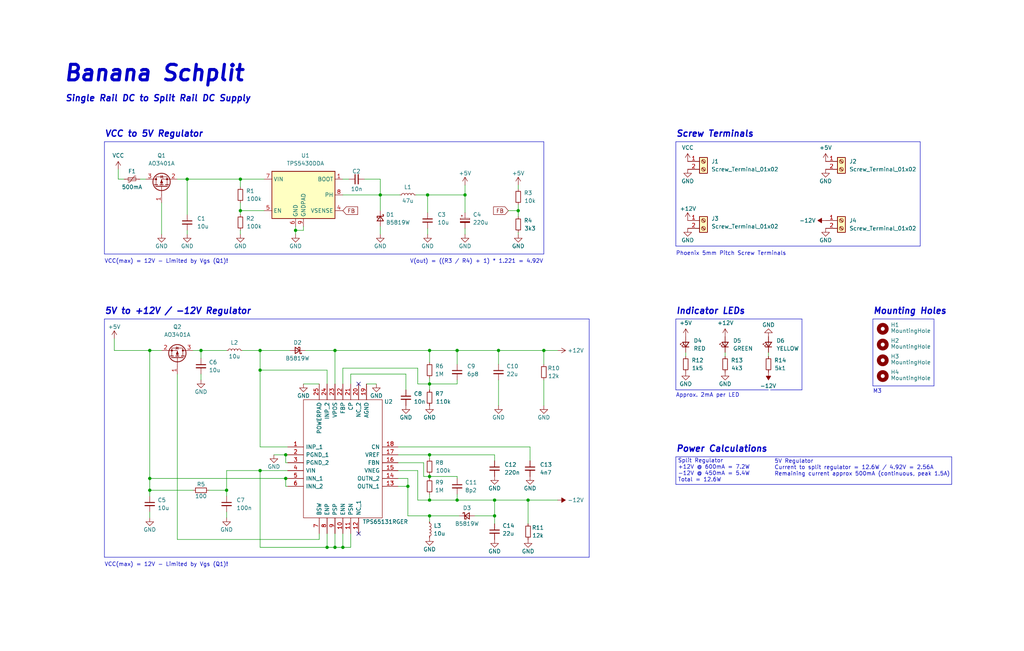
<source format=kicad_sch>
(kicad_sch (version 20230121) (generator eeschema)
  (paper "User" 329.997 210.007)
  (lib_symbols
    (symbol "BananaSchplit-rescue:CP_Small-Device" (pin_numbers hide) (pin_names (offset 0.254) hide)
      (property "Reference" "C" (at 0.254 1.778 0))
      (property "Value" "Device_CP_Small" (at 0.254 -2.032 0))
      (symbol "CP_Small-Device_1_1"
        (pin passive line (at 0 2.54 270) (length 1.8542) (name "~") (number "1"))
        (pin passive line (at 0 -2.54 90) (length 1.8542) (name "~") (number "2"))
      )
    )
    (symbol "Connector:Screw_Terminal_01x02" (pin_names (offset 1.016) hide)
      (property "Reference" "J" (at 0 2.54 0))
      (property "Value" "Screw_Terminal_01x02" (at 0 -5.08 0))
      (symbol "Screw_Terminal_01x02_1_1"
        (pin passive line (at -5.08 0 0) (length 3.81) (name "Pin_1") (number "1"))
        (pin passive line (at -5.08 -2.54 0) (length 3.81) (name "Pin_2") (number "2"))
      )
    )
    (symbol "Device:C_Small" (pin_numbers hide) (pin_names (offset 0.254) hide)
      (property "Reference" "C" (at 0.254 1.778 0))
      (property "Value" "C_Small" (at 0.254 -2.032 0))
      (symbol "C_Small_1_1"
        (pin passive line (at 0 2.54 270) (length 2.032) (name "~") (number "1"))
        (pin passive line (at 0 -2.54 90) (length 2.032) (name "~") (number "2"))
      )
    )
    (symbol "Device:D_Schottky_Small" (pin_numbers hide) (pin_names (offset 0.254) hide)
      (property "Reference" "D" (at -1.27 2.032 0))
      (property "Value" "D_Schottky_Small" (at -7.112 -2.032 0))
      (symbol "D_Schottky_Small_1_1"
        (pin passive line (at -2.54 0 0) (length 1.778) (name "K") (number "1"))
        (pin passive line (at 2.54 0 180) (length 1.778) (name "A") (number "2"))
      )
    )
    (symbol "Device:LED_Small" (pin_numbers hide) (pin_names (offset 0.254) hide)
      (property "Reference" "D" (at -1.27 3.175 0))
      (property "Value" "LED_Small" (at -4.445 -2.54 0))
      (symbol "LED_Small_1_1"
        (pin passive line (at -2.54 0 0) (length 1.778) (name "K") (number "1"))
        (pin passive line (at 2.54 0 180) (length 1.778) (name "A") (number "2"))
      )
    )
    (symbol "Device:L_Small" (pin_numbers hide) (pin_names (offset 0.254) hide)
      (property "Reference" "L" (at 0.762 1.016 0))
      (property "Value" "L_Small" (at 0.762 -1.016 0))
      (symbol "L_Small_1_1"
        (pin passive line (at 0 2.54 270) (length 0.508) (name "~") (number "1"))
        (pin passive line (at 0 -2.54 90) (length 0.508) (name "~") (number "2"))
      )
    )
    (symbol "Device:Polyfuse_Small" (pin_numbers hide) (pin_names (offset 0))
      (property "Reference" "F" (at -1.905 0 90))
      (property "Value" "Polyfuse_Small" (at 1.905 0 90))
      (symbol "Polyfuse_Small_1_1"
        (pin passive line (at 0 2.54 270) (length 0.635) (name "~") (number "1"))
        (pin passive line (at 0 -2.54 90) (length 0.635) (name "~") (number "2"))
      )
    )
    (symbol "Device:R_Small" (pin_numbers hide) (pin_names (offset 0.254) hide)
      (property "Reference" "R" (at 0.762 0.508 0))
      (property "Value" "R_Small" (at 0.762 -1.016 0))
      (symbol "R_Small_1_1"
        (pin passive line (at 0 2.54 270) (length 0.762) (name "~") (number "1"))
        (pin passive line (at 0 -2.54 90) (length 0.762) (name "~") (number "2"))
      )
    )
    (symbol "Mechanical:MountingHole" (pin_names (offset 1.016))
      (property "Reference" "H" (at 0 5.08 0))
      (property "Value" "MountingHole" (at 0 3.175 0))
    )
    (symbol "Regulator_Switching:TPS5430DDA"
      (property "Reference" "U" (at -10.16 8.89 0))
      (property "Value" "TPS5430DDA" (at -1.27 8.89 0))
      (symbol "TPS5430DDA_1_1"
        (pin input line (at 12.7 5.08 180) (length 2.54) (name "BOOT") (number "1"))
        (pin no_connect line (at -10.16 2.54 0) (length 2.54) hide (name "NC") (number "2"))
        (pin no_connect line (at -10.16 -2.54 0) (length 2.54) hide (name "NC") (number "3"))
        (pin input line (at 12.7 -5.08 180) (length 2.54) (name "VSENSE") (number "4"))
        (pin input line (at -12.7 -5.08 0) (length 2.54) (name "EN") (number "5"))
        (pin power_in line (at -2.54 -10.16 90) (length 2.54) (name "GND") (number "6"))
        (pin power_in line (at -12.7 5.08 0) (length 2.54) (name "VIN") (number "7"))
        (pin output line (at 12.7 0 180) (length 2.54) (name "PH") (number "8"))
        (pin power_in line (at 0 -10.16 90) (length 2.54) (name "GNDPAD") (number "9"))
      )
    )
    (symbol "TPS65131RGET:TPS65131RGET" (pin_names (offset 0.762))
      (property "Reference" "IC" (at 31.75 20.32 0))
      (property "Value" "TPS65131RGET" (at 31.75 17.78 0))
      (symbol "TPS65131RGET_0_0"
        (pin passive line (at 0 0 0) (length 5.08) (name "INP_1") (number "1"))
        (pin passive line (at 17.78 -27.94 90) (length 5.08) (name "ENN") (number "10"))
        (pin passive line (at 20.32 -27.94 90) (length 5.08) (name "PSN") (number "11"))
        (pin passive line (at 22.86 -27.94 90) (length 5.08) (name "NC_1") (number "12"))
        (pin passive line (at 35.56 -12.7 180) (length 5.08) (name "OUTN_1") (number "13"))
        (pin passive line (at 35.56 -10.16 180) (length 5.08) (name "OUTN_2") (number "14"))
        (pin passive line (at 35.56 -7.62 180) (length 5.08) (name "VNEG") (number "15"))
        (pin passive line (at 35.56 -5.08 180) (length 5.08) (name "FBN") (number "16"))
        (pin passive line (at 35.56 -2.54 180) (length 5.08) (name "VREF") (number "17"))
        (pin passive line (at 35.56 0 180) (length 5.08) (name "CN") (number "18"))
        (pin passive line (at 25.4 20.32 270) (length 5.08) (name "AGND") (number "19"))
        (pin passive line (at 0 -2.54 0) (length 5.08) (name "PGND_1") (number "2"))
        (pin passive line (at 22.86 20.32 270) (length 5.08) (name "NC_2") (number "20"))
        (pin passive line (at 20.32 20.32 270) (length 5.08) (name "CP") (number "21"))
        (pin passive line (at 17.78 20.32 270) (length 5.08) (name "FBP") (number "22"))
        (pin passive line (at 15.24 20.32 270) (length 5.08) (name "VPOS") (number "23"))
        (pin passive line (at 12.7 20.32 270) (length 5.08) (name "INP_2") (number "24"))
        (pin passive line (at 10.16 20.32 270) (length 5.08) (name "POWERPAD") (number "25"))
        (pin passive line (at 0 -5.08 0) (length 5.08) (name "PGND_2") (number "3"))
        (pin passive line (at 0 -7.62 0) (length 5.08) (name "VIN") (number "4"))
        (pin passive line (at 0 -10.16 0) (length 5.08) (name "INN_1") (number "5"))
        (pin passive line (at 0 -12.7 0) (length 5.08) (name "INN_2") (number "6"))
        (pin passive line (at 10.16 -27.94 90) (length 5.08) (name "BSW") (number "7"))
        (pin passive line (at 12.7 -27.94 90) (length 5.08) (name "ENP") (number "8"))
        (pin passive line (at 15.24 -27.94 90) (length 5.08) (name "PSP") (number "9"))
      )
    )
    (symbol "Transistor_FET:AO3401A" (pin_names hide)
      (property "Reference" "Q" (at 5.08 1.905 0))
      (property "Value" "AO3401A" (at 5.08 0 0))
      (symbol "AO3401A_1_1"
        (pin input line (at -5.08 0 0) (length 2.54) (name "G") (number "1"))
        (pin passive line (at 2.54 -5.08 90) (length 2.54) (name "S") (number "2"))
        (pin passive line (at 2.54 5.08 270) (length 2.54) (name "D") (number "3"))
      )
    )
    (symbol "power:+12V" (power) (pin_names (offset 0))
      (property "Value" "+12V" (at 0 3.556 0))
      (symbol "+12V_1_1"
        (pin power_in line (at 0 0 90) (length 0) hide (name "+12V") (number "1"))
      )
    )
    (symbol "power:+5V" (power) (pin_names (offset 0))
      (property "Value" "+5V" (at 0 3.556 0))
      (symbol "+5V_1_1"
        (pin power_in line (at 0 0 90) (length 0) hide (name "+5V") (number "1"))
      )
    )
    (symbol "power:-12V" (power) (pin_names (offset 0))
      (property "Value" "-12V" (at 0 3.81 0))
      (symbol "-12V_0_0"
        (pin power_in line (at 0 0 90) (length 0) hide (name "-12V") (number "1"))
      )
    )
    (symbol "power:GND" (power) (pin_names (offset 0))
      (property "Value" "GND" (at 0 -3.81 0))
      (symbol "GND_1_1"
        (pin power_in line (at 0 0 270) (length 0) hide (name "GND") (number "1"))
      )
    )
    (symbol "power:VCC" (power) (pin_names (offset 0))
      (property "Value" "VCC" (at 0 3.81 0))
      (symbol "VCC_1_1"
        (pin power_in line (at 0 0 90) (length 0) hide (name "VCC") (number "1"))
      )
    )
  )
  (junction (at 64.77 113.03))
  (junction (at 95.25 74.295))
  (junction (at 131.445 156.845))
  (junction (at 83.82 151.765))
  (junction (at 147.32 113.03))
  (junction (at 77.47 57.785))
  (junction (at 73.025 158.115))
  (junction (at 167.005 67.945))
  (junction (at 137.795 62.865))
  (junction (at 77.47 67.945))
  (junction (at 159.385 161.29))
  (junction (at 92.075 146.685))
  (junction (at 138.43 153.67))
  (junction (at 138.43 123.825))
  (junction (at 60.325 57.785))
  (junction (at 149.86 62.865))
  (junction (at 83.82 113.03))
  (junction (at 159.385 166.37))
  (junction (at 110.49 176.53))
  (junction (at 138.43 113.03))
  (junction (at 160.655 113.03))
  (junction (at 147.32 161.29))
  (junction (at 48.26 158.115))
  (junction (at 83.82 119.38))
  (junction (at 107.95 176.53))
  (junction (at 122.555 62.865))
  (junction (at 138.43 166.37))
  (junction (at 175.26 113.03))
  (junction (at 170.18 161.29))
  (junction (at 107.95 113.03))
  (junction (at 48.26 154.305))
  (junction (at 138.43 161.29))
  (junction (at 48.26 113.03))
  (junction (at 138.43 146.685))
  (junction (at 92.075 154.305))
  (junction (at 105.41 176.53))
  (no_connect (at 115.57 123.825))
  (no_connect (at 115.57 172.085))
  (polyline (pts (xy 217.805 102.87) (xy 258.445 102.87)))
  (wire (pts (xy 107.95 113.03) (xy 107.95 123.825)))
  (wire (pts (xy 130.81 120.65) (xy 113.03 120.65)))
  (wire (pts (xy 60.325 74.295) (xy 60.325 75.565)))
  (wire (pts (xy 138.43 147.955) (xy 138.43 146.685)))
  (wire (pts (xy 48.26 167.005) (xy 48.26 165.1)))
  (wire (pts (xy 149.86 68.58) (xy 149.86 62.865)))
  (wire (pts (xy 48.26 158.115) (xy 48.26 160.02)))
  (wire (pts (xy 134.62 123.825) (xy 138.43 123.825)))
  (wire (pts (xy 105.41 176.53) (xy 107.95 176.53)))
  (wire (pts (xy 98.425 113.03) (xy 107.95 113.03)))
  (wire (pts (xy 220.98 114.935) (xy 220.98 113.665)))
  (wire (pts (xy 110.49 123.825) (xy 110.49 118.745)))
  (wire (pts (xy 149.86 73.66) (xy 149.86 75.565)))
  (wire (pts (xy 138.43 166.37) (xy 138.43 168.275)))
  (wire (pts (xy 38.1 57.785) (xy 40.005 57.785)))
  (wire (pts (xy 149.86 59.69) (xy 149.86 62.865)))
  (wire (pts (xy 131.445 166.37) (xy 138.43 166.37)))
  (polyline (pts (xy 217.805 79.375) (xy 217.805 45.72)))
  (polyline (pts (xy 296.545 45.72) (xy 296.545 79.375)))
  (wire (pts (xy 233.68 114.935) (xy 233.68 113.665)))
  (wire (pts (xy 112.395 57.785) (xy 110.49 57.785)))
  (wire (pts (xy 48.26 158.115) (xy 62.23 158.115)))
  (polyline (pts (xy 33.655 81.915) (xy 175.26 81.915)))
  (wire (pts (xy 175.26 117.475) (xy 175.26 113.03)))
  (wire (pts (xy 167.005 67.945) (xy 167.005 69.85)))
  (polyline (pts (xy 33.655 81.915) (xy 33.655 45.72)))
  (wire (pts (xy 147.955 166.37) (xy 138.43 166.37)))
  (wire (pts (xy 134.62 161.29) (xy 138.43 161.29)))
  (wire (pts (xy 117.475 57.785) (xy 122.555 57.785)))
  (wire (pts (xy 48.26 113.03) (xy 52.07 113.03)))
  (wire (pts (xy 110.49 176.53) (xy 110.49 172.085)))
  (polyline (pts (xy 33.655 179.705) (xy 189.865 179.705)))
  (wire (pts (xy 60.325 57.785) (xy 77.47 57.785)))
  (polyline (pts (xy 33.655 179.705) (xy 33.655 102.87)))
  (wire (pts (xy 95.25 74.295) (xy 95.25 73.025)))
  (wire (pts (xy 64.77 122.555) (xy 64.77 120.65)))
  (wire (pts (xy 83.82 176.53) (xy 83.82 151.765)))
  (polyline (pts (xy 217.805 156.21) (xy 306.705 156.21)))
  (wire (pts (xy 73.025 158.115) (xy 67.31 158.115)))
  (wire (pts (xy 64.77 113.03) (xy 62.23 113.03)))
  (wire (pts (xy 77.47 57.785) (xy 85.09 57.785)))
  (polyline (pts (xy 306.705 156.21) (xy 306.705 147.32)))
  (wire (pts (xy 113.03 120.65) (xy 113.03 123.825)))
  (wire (pts (xy 160.655 113.03) (xy 147.32 113.03)))
  (wire (pts (xy 36.83 109.22) (xy 36.83 113.03)))
  (wire (pts (xy 95.25 75.565) (xy 95.25 74.295)))
  (polyline (pts (xy 281.305 124.46) (xy 300.99 124.46)))
  (wire (pts (xy 92.075 154.305) (xy 92.075 156.845)))
  (wire (pts (xy 45.085 57.785) (xy 46.99 57.785)))
  (wire (pts (xy 170.18 168.91) (xy 170.18 161.29)))
  (wire (pts (xy 137.795 68.58) (xy 137.795 62.865)))
  (wire (pts (xy 147.32 117.475) (xy 147.32 113.03)))
  (wire (pts (xy 147.32 161.29) (xy 159.385 161.29)))
  (polyline (pts (xy 175.26 45.72) (xy 175.26 81.915)))
  (wire (pts (xy 131.445 154.305) (xy 131.445 156.845)))
  (polyline (pts (xy 281.305 124.46) (xy 281.305 102.87)))
  (wire (pts (xy 92.075 154.305) (xy 92.71 154.305)))
  (wire (pts (xy 102.87 173.99) (xy 102.87 172.085)))
  (polyline (pts (xy 217.805 147.32) (xy 217.805 156.21)))
  (wire (pts (xy 48.26 154.305) (xy 48.26 113.03)))
  (wire (pts (xy 92.075 149.225) (xy 92.71 149.225)))
  (wire (pts (xy 147.32 113.03) (xy 138.43 113.03)))
  (wire (pts (xy 92.075 146.685) (xy 92.71 146.685)))
  (wire (pts (xy 107.95 176.53) (xy 110.49 176.53)))
  (wire (pts (xy 48.26 154.305) (xy 48.26 158.115)))
  (wire (pts (xy 77.47 69.215) (xy 77.47 67.945)))
  (wire (pts (xy 60.325 57.785) (xy 60.325 69.215)))
  (wire (pts (xy 134.62 118.745) (xy 134.62 123.825)))
  (wire (pts (xy 83.82 119.38) (xy 83.82 113.03)))
  (wire (pts (xy 138.43 154.305) (xy 138.43 153.67)))
  (wire (pts (xy 138.43 146.685) (xy 159.385 146.685)))
  (wire (pts (xy 170.815 144.145) (xy 128.27 144.145)))
  (wire (pts (xy 138.43 121.92) (xy 138.43 123.825)))
  (wire (pts (xy 48.26 154.305) (xy 92.075 154.305)))
  (wire (pts (xy 73.025 160.02) (xy 73.025 158.115)))
  (wire (pts (xy 153.035 166.37) (xy 159.385 166.37)))
  (wire (pts (xy 77.47 67.945) (xy 85.09 67.945)))
  (wire (pts (xy 138.43 125.73) (xy 138.43 123.825)))
  (wire (pts (xy 57.15 173.99) (xy 102.87 173.99)))
  (wire (pts (xy 247.65 114.935) (xy 247.65 113.665)))
  (wire (pts (xy 137.795 62.865) (xy 149.86 62.865)))
  (wire (pts (xy 77.47 65.405) (xy 77.47 67.945)))
  (wire (pts (xy 122.555 75.565) (xy 122.555 73.025)))
  (wire (pts (xy 92.075 146.685) (xy 92.075 149.225)))
  (wire (pts (xy 179.705 161.29) (xy 170.18 161.29)))
  (wire (pts (xy 136.525 153.67) (xy 138.43 153.67)))
  (wire (pts (xy 105.41 123.825) (xy 105.41 119.38)))
  (wire (pts (xy 128.27 156.845) (xy 131.445 156.845)))
  (wire (pts (xy 113.03 176.53) (xy 113.03 172.085)))
  (wire (pts (xy 128.27 149.225) (xy 136.525 149.225)))
  (wire (pts (xy 83.82 176.53) (xy 105.41 176.53)))
  (wire (pts (xy 137.795 73.66) (xy 137.795 75.565)))
  (wire (pts (xy 147.32 154.305) (xy 147.32 153.67)))
  (wire (pts (xy 83.82 151.765) (xy 92.71 151.765)))
  (wire (pts (xy 167.005 66.04) (xy 167.005 67.945)))
  (wire (pts (xy 147.32 153.67) (xy 138.43 153.67)))
  (polyline (pts (xy 189.865 102.87) (xy 189.865 179.705)))
  (wire (pts (xy 159.385 161.29) (xy 159.385 166.37)))
  (wire (pts (xy 136.525 149.225) (xy 136.525 153.67)))
  (polyline (pts (xy 306.705 147.32) (xy 217.805 147.32)))
  (wire (pts (xy 92.075 146.685) (xy 88.265 146.685)))
  (wire (pts (xy 167.005 75.565) (xy 167.005 74.93)))
  (polyline (pts (xy 33.655 102.87) (xy 189.865 102.87)))
  (wire (pts (xy 147.32 123.825) (xy 147.32 122.555)))
  (wire (pts (xy 83.82 144.145) (xy 83.82 119.38)))
  (wire (pts (xy 77.47 74.295) (xy 77.47 75.565)))
  (wire (pts (xy 78.105 113.03) (xy 83.82 113.03)))
  (wire (pts (xy 167.005 60.96) (xy 167.005 59.69)))
  (wire (pts (xy 97.79 123.825) (xy 102.87 123.825)))
  (wire (pts (xy 175.26 113.03) (xy 160.655 113.03)))
  (wire (pts (xy 138.43 123.825) (xy 147.32 123.825)))
  (wire (pts (xy 128.27 154.305) (xy 131.445 154.305)))
  (wire (pts (xy 160.655 130.81) (xy 160.655 122.555)))
  (wire (pts (xy 175.26 130.81) (xy 175.26 122.555)))
  (wire (pts (xy 147.32 161.29) (xy 147.32 159.385)))
  (wire (pts (xy 105.41 119.38) (xy 83.82 119.38)))
  (wire (pts (xy 159.385 148.59) (xy 159.385 146.685)))
  (polyline (pts (xy 258.445 125.73) (xy 248.285 125.73)))
  (wire (pts (xy 131.445 156.845) (xy 131.445 166.37)))
  (wire (pts (xy 93.345 113.03) (xy 83.82 113.03)))
  (wire (pts (xy 138.43 153.67) (xy 138.43 153.035)))
  (wire (pts (xy 64.77 115.57) (xy 64.77 113.03)))
  (wire (pts (xy 130.81 125.73) (xy 130.81 120.65)))
  (wire (pts (xy 179.705 113.03) (xy 175.26 113.03)))
  (wire (pts (xy 159.385 166.37) (xy 159.385 168.91)))
  (wire (pts (xy 107.95 176.53) (xy 107.95 172.085)))
  (wire (pts (xy 95.25 74.295) (xy 97.79 74.295)))
  (wire (pts (xy 170.18 161.29) (xy 159.385 161.29)))
  (polyline (pts (xy 281.305 102.87) (xy 300.99 102.87)))
  (wire (pts (xy 128.905 62.865) (xy 122.555 62.865)))
  (wire (pts (xy 92.075 156.845) (xy 92.71 156.845)))
  (polyline (pts (xy 217.805 45.72) (xy 296.545 45.72)))
  (wire (pts (xy 122.555 67.945) (xy 122.555 62.865)))
  (polyline (pts (xy 300.99 102.87) (xy 300.99 124.46)))
  (wire (pts (xy 83.82 144.145) (xy 92.71 144.145)))
  (wire (pts (xy 160.655 117.475) (xy 160.655 113.03)))
  (wire (pts (xy 52.07 65.405) (xy 52.07 75.565)))
  (wire (pts (xy 128.27 151.765) (xy 134.62 151.765)))
  (wire (pts (xy 122.555 57.785) (xy 122.555 62.865)))
  (wire (pts (xy 134.62 151.765) (xy 134.62 161.29)))
  (polyline (pts (xy 33.655 45.72) (xy 175.26 45.72)))
  (polyline (pts (xy 217.805 125.73) (xy 217.805 102.87)))
  (wire (pts (xy 97.79 74.295) (xy 97.79 73.025)))
  (wire (pts (xy 163.83 67.945) (xy 167.005 67.945)))
  (wire (pts (xy 138.43 146.685) (xy 128.27 146.685)))
  (wire (pts (xy 73.025 151.765) (xy 83.82 151.765)))
  (wire (pts (xy 77.47 60.325) (xy 77.47 57.785)))
  (wire (pts (xy 38.1 54.61) (xy 38.1 57.785)))
  (polyline (pts (xy 247.65 125.73) (xy 217.805 125.73)))
  (wire (pts (xy 110.49 176.53) (xy 113.03 176.53)))
  (wire (pts (xy 118.11 123.825) (xy 121.285 123.825)))
  (wire (pts (xy 133.985 62.865) (xy 137.795 62.865)))
  (wire (pts (xy 73.025 113.03) (xy 64.77 113.03)))
  (wire (pts (xy 73.025 151.765) (xy 73.025 158.115)))
  (wire (pts (xy 57.15 57.785) (xy 60.325 57.785)))
  (wire (pts (xy 110.49 118.745) (xy 134.62 118.745)))
  (wire (pts (xy 36.83 113.03) (xy 48.26 113.03)))
  (wire (pts (xy 170.815 148.59) (xy 170.815 144.145)))
  (wire (pts (xy 138.43 161.29) (xy 147.32 161.29)))
  (wire (pts (xy 138.43 116.84) (xy 138.43 113.03)))
  (polyline (pts (xy 217.805 79.375) (xy 296.545 79.375)))
  (wire (pts (xy 57.15 120.65) (xy 57.15 173.99)))
  (wire (pts (xy 73.025 167.005) (xy 73.025 165.1)))
  (wire (pts (xy 105.41 176.53) (xy 105.41 172.085)))
  (wire (pts (xy 110.49 62.865) (xy 122.555 62.865)))
  (wire (pts (xy 138.43 113.03) (xy 107.95 113.03)))
  (wire (pts (xy 138.43 159.385) (xy 138.43 161.29)))
  (polyline (pts (xy 258.445 102.87) (xy 258.445 125.73)))
  (text "Approx. 2mA per LED" (at 217.805 128.27 0) (effects (font (size 1.27 1.27)) (justify left bottom)))
  (text "Power Calculations" (at 217.805 146.05 0) (effects (font (size 2.0066 2.0066) (thickness 0.4013) bold italic) (justify left bottom)))
  (text "Split Regulator\n+12V @ 600mA = 7.2W\n-12V @ 450mA = 5.4W\nTotal = 12.6W" (at 218.44 155.575 0) (effects (font (size 1.27 1.27)) (justify left bottom)))
  (text "VCC(max) = 12V - Limited by Vgs (Q1)!" (at 33.655 182.88 0) (effects (font (size 1.27 1.27)) (justify left bottom)))
  (text "Mounting Holes" (at 281.305 101.6 0) (effects (font (size 2.0066 2.0066) (thickness 0.4013) bold italic) (justify left bottom)))
  (text "Phoenix 5mm Pitch Screw Terminals" (at 217.805 82.55 0) (effects (font (size 1.27 1.27)) (justify left bottom)))
  (text "VCC to 5V Regulator" (at 33.655 44.45 0) (effects (font (size 2.0066 2.0066) (thickness 0.4013) bold italic) (justify left bottom)))
  (text "V(out) = ((R3 / R4) + 1) * 1.221 = 4.92V" (at 132.08 85.09 0) (effects (font (size 1.27 1.27)) (justify left bottom)))
  (text "5V to +12V / -12V Regulator" (at 33.655 101.6 0) (effects (font (size 2.0066 2.0066) (thickness 0.4013) bold italic) (justify left bottom)))
  (text "Screw Terminals" (at 217.805 44.45 0) (effects (font (size 2.0066 2.0066) (thickness 0.4013) bold italic) (justify left bottom)))
  (text "Single Rail DC to Split Rail DC Supply" (at 20.955 33.02 0) (effects (font (size 2.0066 2.0066) (thickness 0.4013) bold italic) (justify left bottom)))
  (text "Banana Schplit" (at 20.32 26.67 0) (effects (font (size 5.0038 5.0038) (thickness 1.0008) bold italic) (justify left bottom)))
  (text "5V Regulator\nCurrent to split regulator = 12.6W / 4.92V = 2.56A\nRemaining current approx 500mA (continuous, peak 1.5A)\n" (at 249.555 153.67 0) (effects (font (size 1.27 1.27)) (justify left bottom)))
  (text "Indicator LEDs" (at 217.805 101.6 0) (effects (font (size 2.0066 2.0066) (thickness 0.4013) bold italic) (justify left bottom)))
  (text "VCC(max) = 12V - Limited by Vgs (Q1)!" (at 33.655 85.09 0) (effects (font (size 1.27 1.27)) (justify left bottom)))
  (text "M3" (at 281.305 127 0) (effects (font (size 1.27 1.27)) (justify left bottom)))
  (global_label "FB" (shape input) (at 110.49 67.945 0) (property "Intersheetrefs" "${INTERSHEET_REFS}" (effects hide)))
  (global_label "FB" (shape input) (at 163.83 67.945 180) (property "Intersheetrefs" "${INTERSHEET_REFS}" (effects hide)))
  (symbol (lib_id "Device:R_Small") (at 170.18 171.45 180) (unit 1)
    (property "Reference" "R11" (at 173.355 170.18 0))
    (property "Value" "12k" (at 173.355 172.72 0))
    (property "Footprint" "Resistor_SMD:R_0603_1608Metric" (effects hide))
    (property "LCSC Part #" "C22790" (effects hide))
    (instances (project "dual-psu" (path "" (reference "R11") (unit 1)) (path "" (reference "R110") (unit 1))))
  )
  (symbol (lib_id "Mechanical:MountingHole") (at 284.48 121.285 270) (unit 1)
    (property "Reference" "H4" (at 287.02 120.015 90) (effects (justify left)))
    (property "Value" "MountingHole" (at 287.02 121.92 90) (effects (justify left)))
    (property "Footprint" "MountingHole:MountingHole_3.2mm_M3" (effects hide))
    (instances (project "dual-psu" (path "" (reference "H4") (unit 1)) (path "" (reference "H104") (unit 1))))
  )
  (symbol (lib_id "Device:R_Small") (at 138.43 150.495 180) (unit 1)
    (property "Reference" "R8" (at 141.605 149.225 0))
    (property "Value" "100k" (at 142.875 151.765 0))
    (property "Footprint" "Resistor_SMD:R_0603_1608Metric" (effects hide))
    (property "LCSC Part #" "C25803" (effects hide))
    (instances (project "dual-psu" (path "" (reference "R8") (unit 1)) (path "" (reference "R106") (unit 1))))
  )
  (symbol (lib_id "Device:R_Small") (at 167.005 72.39 180) (unit 1)
    (property "Reference" "R4" (at 170.18 71.12 0))
    (property "Value" "3k3" (at 170.815 73.66 0))
    (property "Footprint" "Resistor_SMD:R_0603_1608Metric" (effects hide))
    (property "LCSC Part #" "C22978" (effects hide))
    (instances (project "dual-psu" (path "" (reference "R4") (unit 1)) (path "" (reference "R109") (unit 1))))
  )
  (symbol (lib_id "power:GND") (at 138.43 173.355 0) (unit 1)
    (property "Reference" "#PWR023" (effects hide))
    (property "Value" "GND" (at 138.43 177.165 0))
    (instances (project "dual-psu" (path "" (reference "#PWR023") (unit 1)) (path "" (reference "#PWR0117") (unit 1))))
  )
  (symbol (lib_id "Device:C_Small") (at 130.81 128.27 0) (unit 1)
    (property "Reference" "C8" (at 133.35 127 0) (effects (justify left)))
    (property "Value" "10n" (at 133.35 129.54 0) (effects (justify left)))
    (property "Footprint" "Capacitor_SMD:C_0603_1608Metric" (effects hide))
    (property "LCSC Part #" "C57112" (effects hide))
    (instances (project "dual-psu" (path "" (reference "C8") (unit 1)) (path "" (reference "C106") (unit 1))))
  )
  (symbol (lib_id "Device:R_Small") (at 64.77 158.115 270) (unit 1)
    (property "Reference" "R5" (at 64.77 156.21 90))
    (property "Value" "100" (at 64.77 160.02 90))
    (property "Footprint" "Resistor_SMD:R_0603_1608Metric" (effects hide))
    (property "LCSC Part #" "C22775" (effects hide))
    (instances (project "dual-psu" (path "" (reference "R5") (unit 1)) (path "" (reference "R101") (unit 1))))
  )
  (symbol (lib_id "Device:C_Small") (at 147.32 120.015 0) (unit 1)
    (property "Reference" "C9" (at 150.495 118.11 0) (effects (justify left)))
    (property "Value" "6p8" (at 150.495 120.65 0) (effects (justify left)))
    (property "Footprint" "Capacitor_SMD:C_0603_1608Metric" (effects hide))
    (property "LCSC Part #" "C1679" (effects hide))
    (instances (project "dual-psu" (path "" (reference "C9") (unit 1)) (path "" (reference "C108") (unit 1))))
  )
  (symbol (lib_id "Device:LED_Small") (at 233.68 111.125 90) (unit 1)
    (property "Reference" "D5" (at 236.22 109.855 90) (effects (justify right)))
    (property "Value" "GREEN" (at 236.22 112.395 90) (effects (justify right)))
    (property "Footprint" "LED_SMD:LED_0805_2012Metric" (effects hide))
    (property "LCSC Part #" "C2297" (effects hide))
    (instances (project "dual-psu" (path "" (reference "D5") (unit 1)) (path "" (reference "D105") (unit 1))))
  )
  (symbol (lib_id "Device:R_Small") (at 77.47 62.865 180) (unit 1)
    (property "Reference" "R1" (at 80.645 61.595 0))
    (property "Value" "100k" (at 81.915 64.135 0))
    (property "Footprint" "Resistor_SMD:R_0603_1608Metric" (effects hide))
    (property "LCSC Part #" "C25803" (effects hide))
    (instances (project "dual-psu" (path "" (reference "R1") (unit 1)) (path "" (reference "R102") (unit 1))))
  )
  (symbol (lib_id "power:GND") (at 60.325 75.565 0) (unit 1)
    (property "Reference" "#PWR07" (effects hide))
    (property "Value" "GND" (at 60.325 79.375 0))
    (instances (project "dual-psu" (path "" (reference "#PWR07") (unit 1)) (path "" (reference "#PWR0105") (unit 1))))
  )
  (symbol (lib_id "Mechanical:MountingHole") (at 284.48 116.205 270) (unit 1)
    (property "Reference" "H3" (at 287.02 114.935 90) (effects (justify left)))
    (property "Value" "MountingHole" (at 287.02 116.84 90) (effects (justify left)))
    (property "Footprint" "MountingHole:MountingHole_3.2mm_M3" (effects hide))
    (instances (project "dual-psu" (path "" (reference "H3") (unit 1)) (path "" (reference "H103") (unit 1))))
  )
  (symbol (lib_id "Device:R_Small") (at 77.47 71.755 180) (unit 1)
    (property "Reference" "R2" (at 80.645 70.485 0))
    (property "Value" "100k" (at 81.915 73.025 0))
    (property "Footprint" "Resistor_SMD:R_0603_1608Metric" (effects hide))
    (property "LCSC Part #" "C25803" (effects hide))
    (instances (project "dual-psu" (path "" (reference "R2") (unit 1)) (path "" (reference "R103") (unit 1))))
  )
  (symbol (lib_id "Device:D_Schottky_Small") (at 122.555 70.485 270) (unit 1)
    (property "Reference" "D1" (at 125.73 69.215 90))
    (property "Value" "B5819W" (at 128.27 71.755 90))
    (property "Footprint" "Diode_SMD:D_SOD-123" (effects hide))
    (property "LCSC Part #" "C8598" (effects hide))
    (instances (project "dual-psu" (path "" (reference "D1") (unit 1)) (path "" (reference "D102") (unit 1))))
  )
  (symbol (lib_id "Device:L_Small") (at 131.445 62.865 90) (unit 1)
    (property "Reference" "L1" (at 130.175 60.325 90) (effects (justify right)))
    (property "Value" "47u" (at 129.54 64.77 90) (effects (justify right)))
    (property "Footprint" "Inductor_SMD:L_Sunlord_SWRB1204S" (effects hide))
    (property "LCSC Part #" "C169398" (effects hide))
    (instances (project "dual-psu" (path "" (reference "L1") (unit 1)) (path "" (reference "L102") (unit 1))))
  )
  (symbol (lib_id "power:+5V") (at 266.065 52.07 0) (unit 1)
    (property "Reference" "#PWR034" (effects hide))
    (property "Value" "+5V" (at 266.065 47.625 0))
    (instances (project "dual-psu" (path "" (reference "#PWR034") (unit 1)) (path "" (reference "#PWR0140") (unit 1))))
  )
  (symbol (lib_id "Connector:Screw_Terminal_01x02") (at 271.145 71.12 0) (unit 1)
    (property "Reference" "J4" (at 273.685 71.12 0) (effects (justify left)))
    (property "Value" "Screw_Terminal_01x02" (at 273.685 73.66 0) (effects (justify left)))
    (property "Footprint" "TerminalBlock_Phoenix:TerminalBlock_Phoenix_PT-1,5-2-5.0-H_1x02_P5.00mm_Horizontal" (effects hide))
    (instances (project "dual-psu" (path "" (reference "J4") (unit 1)) (path "" (reference "J104") (unit 1))))
  )
  (symbol (lib_id "power:-12V") (at 247.65 120.015 180) (unit 1)
    (property "Reference" "#PWR041" (effects hide))
    (property "Value" "-12V" (at 250.19 124.46 0) (effects (justify left)))
    (instances (project "dual-psu" (path "" (reference "#PWR041") (unit 1)) (path "" (reference "#PWR0139") (unit 1))))
  )
  (symbol (lib_id "power:GND") (at 77.47 75.565 0) (unit 1)
    (property "Reference" "#PWR08" (effects hide))
    (property "Value" "GND" (at 77.47 79.375 0))
    (instances (project "dual-psu" (path "" (reference "#PWR08") (unit 1)) (path "" (reference "#PWR0108") (unit 1))))
  )
  (symbol (lib_id "power:GND") (at 221.615 73.66 0) (unit 1)
    (property "Reference" "#PWR029" (effects hide))
    (property "Value" "GND" (at 221.615 77.47 0))
    (instances (project "dual-psu" (path "" (reference "#PWR029") (unit 1)) (path "" (reference "#PWR0135") (unit 1))))
  )
  (symbol (lib_id "Device:D_Schottky_Small") (at 95.885 113.03 180) (unit 1)
    (property "Reference" "D2" (at 95.885 110.49 0))
    (property "Value" "B5819W" (at 95.885 115.57 0))
    (property "Footprint" "Diode_SMD:D_SOD-123" (effects hide))
    (property "LCSC Part #" "C8598" (effects hide))
    (instances (project "dual-psu" (path "" (reference "D2") (unit 1)) (path "" (reference "D101") (unit 1))))
  )
  (symbol (lib_id "Device:C_Small") (at 64.77 118.11 0) (unit 1)
    (property "Reference" "C6" (at 67.31 116.84 0) (effects (justify left)))
    (property "Value" "10u" (at 67.31 119.38 0) (effects (justify left)))
    (property "Footprint" "Capacitor_SMD:C_1206_3216Metric" (effects hide))
    (property "LCSC Part #" "C13585" (effects hide))
    (instances (project "dual-psu" (path "" (reference "C6") (unit 1)) (path "" (reference "C103") (unit 1))))
  )
  (symbol (lib_id "power:GND") (at 170.815 153.67 0) (unit 1)
    (property "Reference" "#PWR019" (effects hide))
    (property "Value" "GND" (at 170.815 157.48 0))
    (instances (project "dual-psu" (path "" (reference "#PWR019") (unit 1)) (path "" (reference "#PWR0126") (unit 1))))
  )
  (symbol (lib_id "Device:R_Small") (at 233.68 117.475 180) (unit 1)
    (property "Reference" "R13" (at 237.49 116.205 0))
    (property "Value" "4k3" (at 237.49 118.745 0))
    (property "Footprint" "Resistor_SMD:R_0603_1608Metric" (effects hide))
    (property "LCSC Part #" "C23159" (effects hide))
    (instances (project "dual-psu" (path "" (reference "R13") (unit 1)) (path "" (reference "R113") (unit 1))))
  )
  (symbol (lib_id "Mechanical:MountingHole") (at 284.48 111.125 270) (unit 1)
    (property "Reference" "H2" (at 287.02 109.855 90) (effects (justify left)))
    (property "Value" "MountingHole" (at 287.02 111.76 90) (effects (justify left)))
    (property "Footprint" "MountingHole:MountingHole_3.2mm_M3" (effects hide))
    (instances (project "dual-psu" (path "" (reference "H2") (unit 1)) (path "" (reference "H102") (unit 1))))
  )
  (symbol (lib_id "power:GND") (at 48.26 167.005 0) (unit 1)
    (property "Reference" "#PWR021" (effects hide))
    (property "Value" "GND" (at 48.26 170.815 0))
    (instances (project "dual-psu" (path "" (reference "#PWR021") (unit 1)) (path "" (reference "#PWR0103") (unit 1))))
  )
  (symbol (lib_id "Device:C_Small") (at 159.385 171.45 0) (unit 1)
    (property "Reference" "C14" (at 161.925 169.545 0) (effects (justify left)))
    (property "Value" "22u" (at 161.925 172.085 0) (effects (justify left)))
    (property "Footprint" "Capacitor_SMD:C_0805_2012Metric" (effects hide))
    (property "LCSC Part #" "C45783" (effects hide))
    (instances (project "dual-psu" (path "" (reference "C14") (unit 1)) (path "" (reference "C112") (unit 1))))
  )
  (symbol (lib_id "Device:LED_Small") (at 220.98 111.125 90) (unit 1)
    (property "Reference" "D4" (at 223.52 109.855 90) (effects (justify right)))
    (property "Value" "RED" (at 223.52 112.395 90) (effects (justify right)))
    (property "Footprint" "LED_SMD:LED_0805_2012Metric" (effects hide))
    (property "LCSC Part #" "C84256" (effects hide))
    (instances (project "dual-psu" (path "" (reference "D4") (unit 1)) (path "" (reference "D104") (unit 1))))
  )
  (symbol (lib_id "power:GND") (at 52.07 75.565 0) (unit 1)
    (property "Reference" "#PWR06" (effects hide))
    (property "Value" "GND" (at 52.07 79.375 0))
    (instances (project "dual-psu" (path "" (reference "#PWR06") (unit 1)) (path "" (reference "#PWR0104") (unit 1))))
  )
  (symbol (lib_id "power:GND") (at 160.655 130.81 0) (unit 1)
    (property "Reference" "#PWR014" (effects hide))
    (property "Value" "GND" (at 160.655 134.62 0))
    (instances (project "dual-psu" (path "" (reference "#PWR014") (unit 1)) (path "" (reference "#PWR0122") (unit 1))))
  )
  (symbol (lib_id "power:GND") (at 167.005 75.565 0) (unit 1)
    (property "Reference" "#PWR017" (effects hide))
    (property "Value" "GND" (at 167.005 79.375 0))
    (instances (project "dual-psu" (path "" (reference "#PWR017") (unit 1)) (path "" (reference "#PWR0124") (unit 1))))
  )
  (symbol (lib_id "Device:R_Small") (at 138.43 156.845 180) (unit 1)
    (property "Reference" "R9" (at 141.605 155.575 0))
    (property "Value" "1M" (at 141.605 158.115 0))
    (property "Footprint" "Resistor_SMD:R_0603_1608Metric" (effects hide))
    (property "LCSC Part #" "C22935" (effects hide))
    (instances (project "dual-psu" (path "" (reference "R9") (unit 1)) (path "" (reference "R107") (unit 1))))
  )
  (symbol (lib_id "power:GND") (at 64.77 122.555 0) (unit 1)
    (property "Reference" "#PWR03" (effects hide))
    (property "Value" "GND" (at 64.77 126.365 0))
    (instances (project "dual-psu" (path "" (reference "#PWR03") (unit 1)) (path "" (reference "#PWR0106") (unit 1))))
  )
  (symbol (lib_id "power:GND") (at 122.555 75.565 0) (unit 1)
    (property "Reference" "#PWR010" (effects hide))
    (property "Value" "GND" (at 122.555 79.375 0))
    (instances (project "dual-psu" (path "" (reference "#PWR010") (unit 1)) (path "" (reference "#PWR0113") (unit 1))))
  )
  (symbol (lib_id "power:GND") (at 130.81 130.81 0) (unit 1)
    (property "Reference" "#PWR012" (effects hide))
    (property "Value" "GND" (at 130.81 134.62 0))
    (instances (project "dual-psu" (path "" (reference "#PWR012") (unit 1)) (path "" (reference "#PWR0114") (unit 1))))
  )
  (symbol (lib_id "Device:C_Small") (at 137.795 71.12 0) (unit 1)
    (property "Reference" "C3" (at 140.97 69.215 0) (effects (justify left)))
    (property "Value" "10u" (at 140.97 71.755 0) (effects (justify left)))
    (property "Footprint" "Capacitor_SMD:C_1206_3216Metric" (effects hide))
    (property "LCSC Part #" "C13585" (effects hide))
    (instances (project "dual-psu" (path "" (reference "C3") (unit 1)) (path "" (reference "C107") (unit 1))))
  )
  (symbol (lib_id "Device:L_Small") (at 138.43 170.815 0) (unit 1)
    (property "Reference" "L3" (at 142.24 169.545 0) (effects (justify right)))
    (property "Value" "10u" (at 143.51 172.085 0) (effects (justify right)))
    (property "Footprint" "Inductor_SMD:L_Sunlord_MWSA0518S" (effects hide))
    (property "LCSC Part #" "C181721" (effects hide))
    (property "OG JLC Part" "C139506" (effects hide))
    (instances (project "dual-psu" (path "" (reference "L3") (unit 1)) (path "" (reference "L103") (unit 1))))
  )
  (symbol (lib_id "Connector:Screw_Terminal_01x02") (at 226.695 52.07 0) (unit 1)
    (property "Reference" "J1" (at 229.235 52.07 0) (effects (justify left)))
    (property "Value" "Screw_Terminal_01x02" (at 229.235 54.61 0) (effects (justify left)))
    (property "Footprint" "TerminalBlock_Phoenix:TerminalBlock_Phoenix_PT-1,5-2-5.0-H_1x02_P5.00mm_Horizontal" (effects hide))
    (instances (project "dual-psu" (path "" (reference "J1") (unit 1)) (path "" (reference "J101") (unit 1))))
  )
  (symbol (lib_id "Device:R_Small") (at 247.65 117.475 180) (unit 1)
    (property "Reference" "R14" (at 251.46 116.205 0))
    (property "Value" "5k1" (at 251.46 118.745 0))
    (property "Footprint" "Resistor_SMD:R_0603_1608Metric" (effects hide))
    (property "LCSC Part #" "C23186" (effects hide))
    (instances (project "dual-psu" (path "" (reference "R14") (unit 1)) (path "" (reference "R114") (unit 1))))
  )
  (symbol (lib_id "Device:R_Small") (at 138.43 128.27 180) (unit 1)
    (property "Reference" "R7" (at 141.605 127 0))
    (property "Value" "110k" (at 142.875 129.54 0))
    (property "Footprint" "Resistor_SMD:R_0603_1608Metric" (effects hide))
    (property "LCSC Part #" "C25805" (effects hide))
    (instances (project "dual-psu" (path "" (reference "R7") (unit 1)) (path "" (reference "R105") (unit 1))))
  )
  (symbol (lib_id "power:+5V") (at 167.005 59.69 0) (unit 1)
    (property "Reference" "#PWR042" (effects hide))
    (property "Value" "+5V" (at 167.005 55.88 0))
    (instances (project "dual-psu" (path "" (reference "#PWR042") (unit 1)) (path "" (reference "#PWR0123") (unit 1))))
  )
  (symbol (lib_id "Device:R_Small") (at 167.005 63.5 180) (unit 1)
    (property "Reference" "R3" (at 170.18 62.23 0))
    (property "Value" "10k" (at 170.815 64.77 0))
    (property "Footprint" "Resistor_SMD:R_0603_1608Metric" (effects hide))
    (property "LCSC Part #" "C25804" (effects hide))
    (instances (project "dual-psu" (path "" (reference "R3") (unit 1)) (path "" (reference "R108") (unit 1))))
  )
  (symbol (lib_id "Device:C_Small") (at 114.935 57.785 90) (unit 1)
    (property "Reference" "C2" (at 116.205 55.245 90) (effects (justify left)))
    (property "Value" "10n" (at 116.84 60.96 90) (effects (justify left)))
    (property "Footprint" "Capacitor_SMD:C_0603_1608Metric" (effects hide))
    (property "LCSC Part #" "C57112" (effects hide))
    (instances (project "dual-psu" (path "" (reference "C2") (unit 1)) (path "" (reference "C105") (unit 1))))
  )
  (symbol (lib_id "power:GND") (at 221.615 54.61 0) (unit 1)
    (property "Reference" "#PWR027" (effects hide))
    (property "Value" "GND" (at 221.615 58.42 0))
    (instances (project "dual-psu" (path "" (reference "#PWR027") (unit 1)) (path "" (reference "#PWR0133") (unit 1))))
  )
  (symbol (lib_id "power:VCC") (at 221.615 52.07 0) (unit 1)
    (property "Reference" "#PWR026" (effects hide))
    (property "Value" "VCC" (at 221.615 47.625 0))
    (instances (project "dual-psu" (path "" (reference "#PWR026") (unit 1)) (path "" (reference "#PWR0132") (unit 1))))
  )
  (symbol (lib_id "Connector:Screw_Terminal_01x02") (at 271.145 52.07 0) (unit 1)
    (property "Reference" "J2" (at 273.685 52.07 0) (effects (justify left)))
    (property "Value" "Screw_Terminal_01x02" (at 273.685 54.61 0) (effects (justify left)))
    (property "Footprint" "TerminalBlock_Phoenix:TerminalBlock_Phoenix_PT-1,5-2-5.0-H_1x02_P5.00mm_Horizontal" (effects hide))
    (instances (project "dual-psu" (path "" (reference "J2") (unit 1)) (path "" (reference "J103") (unit 1))))
  )
  (symbol (lib_id "Connector:Screw_Terminal_01x02") (at 226.695 71.12 0) (unit 1)
    (property "Reference" "J3" (at 229.235 70.485 0) (effects (justify left)))
    (property "Value" "Screw_Terminal_01x02" (at 229.235 73.025 0) (effects (justify left)))
    (property "Footprint" "TerminalBlock_Phoenix:TerminalBlock_Phoenix_PT-1,5-2-5.0-H_1x02_P5.00mm_Horizontal" (effects hide))
    (instances (project "dual-psu" (path "" (reference "J3") (unit 1)) (path "" (reference "J102") (unit 1))))
  )
  (symbol (lib_id "power:+12V") (at 221.615 71.12 0) (unit 1)
    (property "Reference" "#PWR028" (effects hide))
    (property "Value" "+12V" (at 219.075 67.31 0) (effects (justify left)))
    (instances (project "dual-psu" (path "" (reference "#PWR028") (unit 1)) (path "" (reference "#PWR0134") (unit 1))))
  )
  (symbol (lib_id "power:GND") (at 170.18 173.99 0) (unit 1)
    (property "Reference" "#PWR025" (effects hide))
    (property "Value" "GND" (at 170.18 177.8 0))
    (instances (project "dual-psu" (path "" (reference "#PWR025") (unit 1)) (path "" (reference "#PWR0125") (unit 1))))
  )
  (symbol (lib_id "Device:C_Small") (at 48.26 162.56 0) (unit 1)
    (property "Reference" "C5" (at 50.8 161.29 0) (effects (justify left)))
    (property "Value" "10u" (at 50.8 163.83 0) (effects (justify left)))
    (property "Footprint" "Capacitor_SMD:C_1206_3216Metric" (effects hide))
    (property "LCSC Part #" "C13585" (effects hide))
    (instances (project "dual-psu" (path "" (reference "C5") (unit 1)) (path "" (reference "C101") (unit 1))))
  )
  (symbol (lib_id "power:-12V") (at 179.705 161.29 270) (unit 1)
    (property "Reference" "#PWR020" (effects hide))
    (property "Value" "-12V" (at 182.88 161.29 90) (effects (justify left)))
    (instances (project "dual-psu" (path "" (reference "#PWR020") (unit 1)) (path "" (reference "#PWR0129") (unit 1))))
  )
  (symbol (lib_id "Transistor_FET:AO3401A") (at 52.07 60.325 90) (unit 1)
    (property "Reference" "Q1" (at 52.07 50.165 90))
    (property "Value" "AO3401A" (at 52.07 52.705 90))
    (property "Footprint" "Shmoergh_Custom_Footprints:SOT-23-SmallPads" (effects hide))
    (property "Datasheet" "http://www.aosmd.com/pdfs/datasheet/AO3401A.pdf" (effects hide))
    (property "LCSC Part #" "C15127" (effects hide))
    (instances (project "dual-psu" (path "" (reference "Q1") (unit 1)) (path "" (reference "Q101") (unit 1))))
  )
  (symbol (lib_id "power:GND") (at 159.385 153.67 0) (unit 1)
    (property "Reference" "#PWR018" (effects hide))
    (property "Value" "GND" (at 159.385 157.48 0))
    (instances (project "dual-psu" (path "" (reference "#PWR018") (unit 1)) (path "" (reference "#PWR0120") (unit 1))))
  )
  (symbol (lib_id "power:-12V") (at 266.065 71.12 90) (unit 1)
    (property "Reference" "#PWR030" (effects hide))
    (property "Value" "-12V" (at 262.89 71.12 90) (effects (justify left)))
    (instances (project "dual-psu" (path "" (reference "#PWR030") (unit 1)) (path "" (reference "#PWR0142") (unit 1))))
  )
  (symbol (lib_id "power:GND") (at 138.43 130.81 0) (unit 1)
    (property "Reference" "#PWR013" (effects hide))
    (property "Value" "GND" (at 138.43 134.62 0))
    (instances (project "dual-psu" (path "" (reference "#PWR013") (unit 1)) (path "" (reference "#PWR0116") (unit 1))))
  )
  (symbol (lib_id "power:+5V") (at 149.86 59.69 0) (unit 1)
    (property "Reference" "#PWR09" (effects hide))
    (property "Value" "+5V" (at 149.86 55.88 0))
    (instances (project "dual-psu" (path "" (reference "#PWR09") (unit 1)) (path "" (reference "#PWR0118") (unit 1))))
  )
  (symbol (lib_id "power:VCC") (at 38.1 54.61 0) (unit 1)
    (property "Reference" "#PWR01" (effects hide))
    (property "Value" "VCC" (at 38.1 50.165 0))
    (instances (project "dual-psu" (path "" (reference "#PWR01") (unit 1)) (path "" (reference "#PWR0102") (unit 1))))
  )
  (symbol (lib_id "Device:R_Small") (at 138.43 119.38 180) (unit 1)
    (property "Reference" "R6" (at 141.605 118.11 0))
    (property "Value" "1M" (at 141.605 120.65 0))
    (property "Footprint" "Resistor_SMD:R_0603_1608Metric" (effects hide))
    (property "LCSC Part #" "C22935" (effects hide))
    (instances (project "dual-psu" (path "" (reference "R6") (unit 1)) (path "" (reference "R104") (unit 1))))
  )
  (symbol (lib_id "Device:R_Small") (at 220.98 117.475 180) (unit 1)
    (property "Reference" "R12" (at 224.79 116.205 0))
    (property "Value" "1k5" (at 224.79 118.745 0))
    (property "Footprint" "Resistor_SMD:R_0603_1608Metric" (effects hide))
    (property "LCSC Part #" "C22843" (effects hide))
    (instances (project "dual-psu" (path "" (reference "R12") (unit 1)) (path "" (reference "R112") (unit 1))))
  )
  (symbol (lib_id "power:GND") (at 159.385 173.99 0) (unit 1)
    (property "Reference" "#PWR024" (effects hide))
    (property "Value" "GND" (at 159.385 177.8 0))
    (instances (project "dual-psu" (path "" (reference "#PWR024") (unit 1)) (path "" (reference "#PWR0121") (unit 1))))
  )
  (symbol (lib_id "power:GND") (at 233.68 120.015 0) (unit 1)
    (property "Reference" "#PWR040" (effects hide))
    (property "Value" "GND" (at 233.68 123.825 0))
    (instances (project "dual-psu" (path "" (reference "#PWR040") (unit 1)) (path "" (reference "#PWR0137") (unit 1))))
  )
  (symbol (lib_id "power:GND") (at 175.26 130.81 0) (unit 1)
    (property "Reference" "#PWR015" (effects hide))
    (property "Value" "GND" (at 175.26 134.62 0))
    (instances (project "dual-psu" (path "" (reference "#PWR015") (unit 1)) (path "" (reference "#PWR0127") (unit 1))))
  )
  (symbol (lib_id "Device:C_Small") (at 73.025 162.56 0) (unit 1)
    (property "Reference" "C7" (at 76.2 161.29 0) (effects (justify left)))
    (property "Value" "100n" (at 76.2 163.83 0) (effects (justify left)))
    (property "Footprint" "Capacitor_SMD:C_0603_1608Metric" (effects hide))
    (property "LCSC Part #" "C14663" (effects hide))
    (instances (project "dual-psu" (path "" (reference "C7") (unit 1)) (path "" (reference "C104") (unit 1))))
  )
  (symbol (lib_id "power:GND") (at 266.065 73.66 0) (unit 1)
    (property "Reference" "#PWR031" (effects hide))
    (property "Value" "GND" (at 266.065 77.47 0))
    (instances (project "dual-psu" (path "" (reference "#PWR031") (unit 1)) (path "" (reference "#PWR0143") (unit 1))))
  )
  (symbol (lib_id "power:GND") (at 149.86 75.565 0) (unit 1)
    (property "Reference" "#PWR033" (effects hide))
    (property "Value" "GND" (at 149.86 79.375 0))
    (instances (project "dual-psu" (path "" (reference "#PWR033") (unit 1)) (path "" (reference "#PWR0119") (unit 1))))
  )
  (symbol (lib_id "power:GND") (at 88.265 146.685 0) (unit 1)
    (property "Reference" "#PWR016" (effects hide))
    (property "Value" "GND" (at 88.265 150.495 0))
    (instances (project "dual-psu" (path "" (reference "#PWR016") (unit 1)) (path "" (reference "#PWR0109") (unit 1))))
  )
  (symbol (lib_id "power:GND") (at 247.65 108.585 180) (unit 1)
    (property "Reference" "#PWR038" (effects hide))
    (property "Value" "GND" (at 247.65 104.775 0))
    (instances (project "dual-psu" (path "" (reference "#PWR038") (unit 1)) (path "" (reference "#PWR0138") (unit 1))))
  )
  (symbol (lib_id "power:+5V") (at 36.83 109.22 0) (unit 1)
    (property "Reference" "#PWR043" (effects hide))
    (property "Value" "+5V" (at 36.83 105.41 0))
    (instances (project "dual-psu" (path "" (reference "#PWR043") (unit 1)) (path "" (reference "#PWR0101") (unit 1))))
  )
  (symbol (lib_id "Device:Polyfuse_Small") (at 42.545 57.785 270) (unit 1)
    (property "Reference" "F1" (at 42.545 55.245 90))
    (property "Value" "500mA" (at 42.545 60.325 90))
    (property "Footprint" "Fuse:Fuse_1812_4532Metric" (effects hide))
    (property "LCSC Part #" "C151168" (effects hide))
    (instances (project "dual-psu" (path "" (reference "F1") (unit 1)) (path "" (reference "F101") (unit 1))))
  )
  (symbol (lib_id "power:+5V") (at 220.98 108.585 0) (unit 1)
    (property "Reference" "#PWR036" (effects hide))
    (property "Value" "+5V" (at 220.98 104.14 0))
    (instances (project "dual-psu" (path "" (reference "#PWR036") (unit 1)) (path "" (reference "#PWR0130") (unit 1))))
  )
  (symbol (lib_id "power:GND") (at 220.98 120.015 0) (unit 1)
    (property "Reference" "#PWR039" (effects hide))
    (property "Value" "GND" (at 220.98 123.825 0))
    (instances (project "dual-psu" (path "" (reference "#PWR039") (unit 1)) (path "" (reference "#PWR0131") (unit 1))))
  )
  (symbol (lib_id "Device:C_Small") (at 60.325 71.755 0) (unit 1)
    (property "Reference" "C1" (at 63.5 70.485 0) (effects (justify left)))
    (property "Value" "10u" (at 63.5 73.025 0) (effects (justify left)))
    (property "Footprint" "Capacitor_SMD:C_1206_3216Metric" (effects hide))
    (property "LCSC Part #" "C13585" (effects hide))
    (instances (project "dual-psu" (path "" (reference "C1") (unit 1)) (path "" (reference "C102") (unit 1))))
  )
  (symbol (lib_id "Device:LED_Small") (at 247.65 111.125 90) (unit 1)
    (property "Reference" "D6" (at 250.19 109.855 90) (effects (justify right)))
    (property "Value" "YELLOW" (at 250.19 112.395 90) (effects (justify right)))
    (property "Footprint" "LED_SMD:LED_0805_2012Metric" (effects hide))
    (property "LCSC Part #" "C2296" (effects hide))
    (instances (project "dual-psu" (path "" (reference "D6") (unit 1)) (path "" (reference "D106") (unit 1))))
  )
  (symbol (lib_id "Device:C_Small") (at 170.815 151.13 0) (unit 1)
    (property "Reference" "C13" (at 173.99 149.86 0) (effects (justify left)))
    (property "Value" "4n7" (at 173.99 152.4 0) (effects (justify left)))
    (property "Footprint" "Capacitor_SMD:C_0603_1608Metric" (effects hide))
    (property "LCSC Part #" "C53987" (effects hide))
    (instances (project "dual-psu" (path "" (reference "C13") (unit 1)) (path "" (reference "C114") (unit 1))))
  )
  (symbol (lib_id "Device:D_Schottky_Small") (at 150.495 166.37 0) (unit 1)
    (property "Reference" "D3" (at 150.495 163.83 0))
    (property "Value" "B5819W" (at 150.495 168.91 0))
    (property "Footprint" "Diode_SMD:D_SOD-123" (effects hide))
    (property "LCSC Part #" "C8598" (effects hide))
    (instances (project "dual-psu" (path "" (reference "D3") (unit 1)) (path "" (reference "D103") (unit 1))))
  )
  (symbol (lib_id "BananaSchplit-rescue:CP_Small-Device") (at 149.86 71.12 0) (unit 1)
    (property "Reference" "C4" (at 152.4 69.215 0) (effects (justify left)))
    (property "Value" "220u" (at 152.4 71.755 0) (effects (justify left)))
    (property "Footprint" "Capacitor_SMD:CP_Elec_6.3x7.7" (effects hide))
    (property "LCSC Part #" "C127327" (effects hide))
    (instances (project "dual-psu" (path "" (reference "C4") (unit 1)) (path "" (reference "C110") (unit 1))))
  )
  (symbol (lib_id "power:GND") (at 97.79 123.825 0) (unit 1)
    (property "Reference" "#PWR04" (effects hide))
    (property "Value" "GND" (at 97.79 127.635 0))
    (instances (project "dual-psu" (path "" (reference "#PWR04") (unit 1)) (path "" (reference "#PWR0111") (unit 1))))
  )
  (symbol (lib_id "power:GND") (at 95.25 75.565 0) (unit 1)
    (property "Reference" "#PWR032" (effects hide))
    (property "Value" "GND" (at 95.25 79.375 0))
    (instances (project "dual-psu" (path "" (reference "#PWR032") (unit 1)) (path "" (reference "#PWR0110") (unit 1))))
  )
  (symbol (lib_id "Device:C_Small") (at 147.32 156.845 0) (unit 1)
    (property "Reference" "C11" (at 149.86 155.575 0) (effects (justify left)))
    (property "Value" "8p2" (at 149.86 158.115 0) (effects (justify left)))
    (property "Footprint" "Capacitor_SMD:C_0603_1608Metric" (effects hide))
    (property "LCSC Part #" "C1685" (effects hide))
    (instances (project "dual-psu" (path "" (reference "C11") (unit 1)) (path "" (reference "C109") (unit 1))))
  )
  (symbol (lib_id "power:GND") (at 137.795 75.565 0) (unit 1)
    (property "Reference" "#PWR011" (effects hide))
    (property "Value" "GND" (at 137.795 79.375 0))
    (instances (project "dual-psu" (path "" (reference "#PWR011") (unit 1)) (path "" (reference "#PWR0115") (unit 1))))
  )
  (symbol (lib_id "Device:C_Small") (at 159.385 151.13 0) (unit 1)
    (property "Reference" "C12" (at 162.56 149.86 0) (effects (justify left)))
    (property "Value" "220n" (at 162.56 152.4 0) (effects (justify left)))
    (property "Footprint" "Capacitor_SMD:C_0603_1608Metric" (effects hide))
    (property "LCSC Part #" "C21120" (effects hide))
    (instances (project "dual-psu" (path "" (reference "C12") (unit 1)) (path "" (reference "C111") (unit 1))))
  )
  (symbol (lib_id "Regulator_Switching:TPS5430DDA") (at 97.79 62.865 0) (unit 1)
    (property "Reference" "U1" (at 98.425 50.165 0))
    (property "Value" "TPS5430DDA" (at 98.425 52.705 0))
    (property "Footprint" "Package_SO:TI_SO-PowerPAD-8_ThermalVias" (effects hide))
    (property "Datasheet" "http://www.ti.com/lit/ds/symlink/tps5430.pdf" (effects hide))
    (property "LCSC Part #" "C9864" (effects hide))
    (instances (project "dual-psu" (path "" (reference "U1") (unit 1)) (path "" (reference "U102") (unit 1))))
  )
  (symbol (lib_id "Device:R_Small") (at 175.26 120.015 180) (unit 1)
    (property "Reference" "R10" (at 178.435 118.745 0))
    (property "Value" "12k" (at 178.435 121.285 0))
    (property "Footprint" "Resistor_SMD:R_0603_1608Metric" (effects hide))
    (property "LCSC Part #" "C22790" (effects hide))
    (instances (project "dual-psu" (path "" (reference "R10") (unit 1)) (path "" (reference "R111") (unit 1))))
  )
  (symbol (lib_id "power:+12V") (at 179.705 113.03 270) (unit 1)
    (property "Reference" "#PWR02" (effects hide))
    (property "Value" "+12V" (at 182.88 113.03 90) (effects (justify left)))
    (instances (project "dual-psu" (path "" (reference "#PWR02") (unit 1)) (path "" (reference "#PWR0128") (unit 1))))
  )
  (symbol (lib_id "TPS65131RGET:TPS65131RGET") (at 92.71 144.145 0) (unit 1)
    (property "Reference" "U2" (at 123.825 129.54 0) (effects (justify left)))
    (property "Value" "TPS65131RGER" (at 116.84 168.275 0) (effects (justify left)))
    (property "Footprint" "Package_DFN_QFN:QFN-24-1EP_4x4mm_P0.5mm_EP2.6x2.6mm" (effects hide))
    (property "Datasheet" "http://www.ti.com/lit/ds/symlink/tps65130.pdf" (effects hide))
    (property "Description" "Conv DC-DC Dual-OUT Inv/Step Up 24-Pin Texas Instruments TPS65131RGET, Dual Inverting, Step Up DC-DC Converter, 1.95A, Adjustable" (effects hide))
    (property "Height" "1" (effects hide))
    (property "Mouser2 Part Number" "595-TPS65131RGET" (effects hide))
    (property "Mouser2 Price/Stock" "https://www.mouser.com/Search/Refine.aspx?Keyword=595-TPS65131RGET" (effects hide))
    (property "Manufacturer_Name" "Texas Instruments" (effects hide))
    (property "Manufacturer_Part_Number" "TPS65131RGET" (effects hide))
    (property "LCSC Part #" "C87663" (effects hide))
    (instances (project "dual-psu" (path "" (reference "U2") (unit 1)) (path "" (reference "U101") (unit 1))))
  )
  (symbol (lib_id "power:GND") (at 121.285 123.825 0) (unit 1)
    (property "Reference" "#PWR05" (effects hide))
    (property "Value" "GND" (at 121.285 127.635 0))
    (instances (project "dual-psu" (path "" (reference "#PWR05") (unit 1)) (path "" (reference "#PWR0112") (unit 1))))
  )
  (symbol (lib_id "power:GND") (at 266.065 54.61 0) (unit 1)
    (property "Reference" "#PWR035" (effects hide))
    (property "Value" "GND" (at 266.065 58.42 0))
    (instances (project "dual-psu" (path "" (reference "#PWR035") (unit 1)) (path "" (reference "#PWR0141") (unit 1))))
  )
  (symbol (lib_id "Mechanical:MountingHole") (at 284.48 106.045 270) (unit 1)
    (property "Reference" "H1" (at 287.02 104.775 90) (effects (justify left)))
    (property "Value" "MountingHole" (at 287.02 106.68 90) (effects (justify left)))
    (property "Footprint" "MountingHole:MountingHole_3.2mm_M3" (effects hide))
    (instances (project "dual-psu" (path "" (reference "H1") (unit 1)) (path "" (reference "H101") (unit 1))))
  )
  (symbol (lib_id "Device:C_Small") (at 160.655 120.015 0) (unit 1)
    (property "Reference" "C10" (at 163.195 118.11 0) (effects (justify left)))
    (property "Value" "22u" (at 163.195 120.65 0) (effects (justify left)))
    (property "Footprint" "Capacitor_SMD:C_0805_2012Metric" (effects hide))
    (property "LCSC Part #" "C45783" (effects hide))
    (instances (project "dual-psu" (path "" (reference "C10") (unit 1)) (path "" (reference "C113") (unit 1))))
  )
  (symbol (lib_id "power:+12V") (at 233.68 108.585 0) (unit 1)
    (property "Reference" "#PWR037" (effects hide))
    (property "Value" "+12V" (at 231.14 104.14 0) (effects (justify left)))
    (instances (project "dual-psu" (path "" (reference "#PWR037") (unit 1)) (path "" (reference "#PWR0136") (unit 1))))
  )
  (symbol (lib_id "power:GND") (at 73.025 167.005 0) (unit 1)
    (property "Reference" "#PWR022" (effects hide))
    (property "Value" "GND" (at 73.025 170.815 0))
    (instances (project "dual-psu" (path "" (reference "#PWR022") (unit 1)) (path "" (reference "#PWR0107") (unit 1))))
  )
  (symbol (lib_id "Device:L_Small") (at 75.565 113.03 90) (unit 1)
    (property "Reference" "L2" (at 74.295 110.49 90) (effects (justify right)))
    (property "Value" "10u" (at 73.66 114.935 90) (effects (justify right)))
    (property "Footprint" "Shmoergh_Custom_Footprints:SXN-SMMS0530-100M" (effects hide))
    (property "LCSC Part #" "C181721" (effects hide))
    (property "Original LCSC" "C139506" (effects hide))
    (instances (project "dual-psu" (path "" (reference "L2") (unit 1)) (path "" (reference "L101") (unit 1))))
  )
  (symbol (lib_id "Transistor_FET:AO3401A") (at 57.15 115.57 270) (mirror x) (unit 1)
    (property "Reference" "Q2" (at 57.15 105.41 90))
    (property "Value" "AO3401A" (at 57.15 107.95 90))
    (property "Footprint" "Package_TO_SOT_SMD:SOT-23" (effects hide))
    (property "Datasheet" "http://www.aosmd.com/pdfs/datasheet/AO3401A.pdf" (effects hide))
    (property "LCSC Part #" "C15127" (effects hide))
    (instances (project "dual-psu" (path "" (reference "Q2") (unit 1)) (path "" (reference "Q102") (unit 1))))
  )
)
</source>
